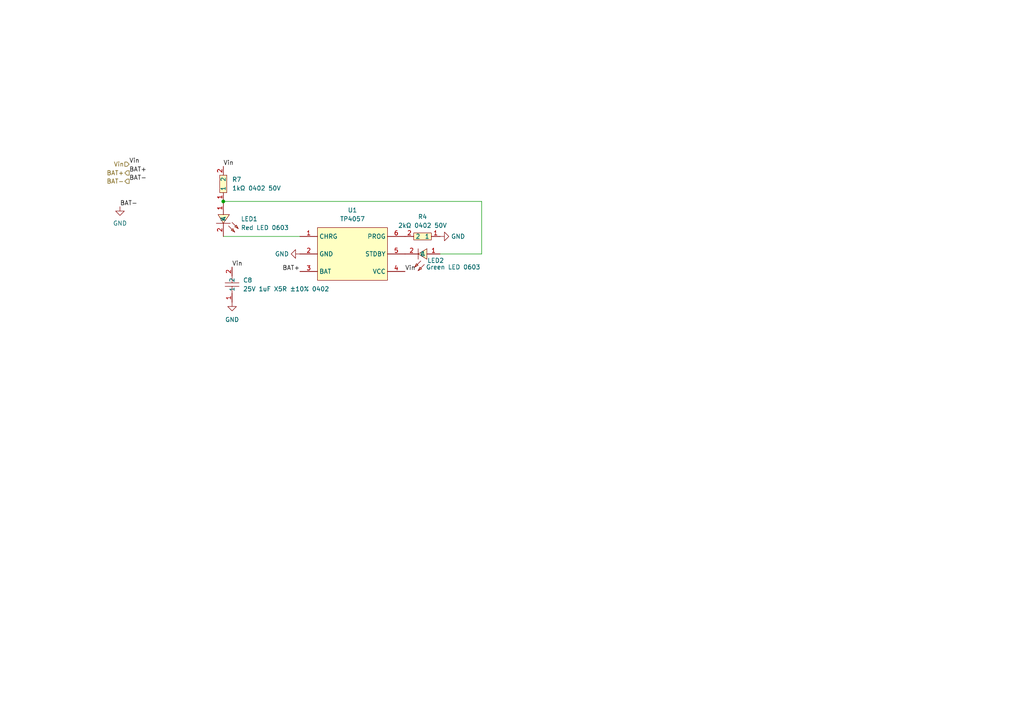
<source format=kicad_sch>
(kicad_sch (version 20211123) (generator eeschema)
  (paper "A4")
  (lib_symbols
    (symbol "easyeda2kicad:1kΩ 0402 50V"
      (property "Reference" "R" (at 0 5.08 0))
      (property "Value" "1kΩ 0402 50V" (at 0 -5.08 0))
      (symbol "1kΩ 0402 50V_0_1"
        (rectangle (start -2.54 1.02) (end 2.54 -1.02) (fill (type background)))
        (pin input line (at -5.08 0 0) (length 2.54) (name "1") (number "1"))
        (pin input line (at 5.08 0 180) (length 2.54) (name "2") (number "2"))
      )
    )
    (symbol "easyeda2kicad:25V 1uF X5R ±10% 0402"
      (property "Reference" "C" (at 0 5.08 0))
      (property "Value" "25V 1uF X5R ±10% 0402" (at 0 -5.08 0))
      (symbol "25V 1uF X5R ±10% 0402_0_1"
        (polyline (pts (xy -0.51 -2.03) (xy -0.51 2.03)))
        (polyline (pts (xy -0.51 0) (xy -2.54 0)))
        (polyline (pts (xy 0.51 2.03) (xy 0.51 -2.03)))
        (polyline (pts (xy 2.54 0) (xy 0.51 0)))
        (pin unspecified line (at -5.08 0 0) (length 2.54) (name "1") (number "1"))
        (pin unspecified line (at 5.08 0 180) (length 2.54) (name "2") (number "2"))
      )
    )
    (symbol "easyeda2kicad:2kΩ 0402 50V"
      (property "Reference" "R" (at 0 5.08 0))
      (property "Value" "2kΩ 0402 50V" (at 0 -5.08 0))
      (symbol "2kΩ 0402 50V_0_1"
        (rectangle (start -2.54 1.02) (end 2.54 -1.02) (fill (type background)))
        (pin input line (at -5.08 0 0) (length 2.54) (name "1") (number "1"))
        (pin input line (at 5.08 0 180) (length 2.54) (name "2") (number "2"))
      )
    )
    (symbol "easyeda2kicad:Green LED 0603"
      (property "Reference" "LED" (at 0 3.81 0))
      (property "Value" "Green LED 0603" (at 0 -6.35 0))
      (symbol "Green LED 0603_0_1"
        (polyline (pts (xy -0.51 1.78) (xy 1.27 3.56)))
        (polyline (pts (xy 0.51 0.76) (xy 2.29 2.54)))
        (polyline (pts (xy 1.27 0.25) (xy 1.27 -2.79)))
        (polyline (pts (xy -1.27 -2.79) (xy 1.27 -1.27) (xy -1.27 0.25) (xy -1.27 -2.79)) (fill (type background)))
        (polyline (pts (xy 1.27 3.56) (xy 0.25 3.05) (xy 0.76 2.54) (xy 1.27 3.56)) (fill (type background)))
        (polyline (pts (xy 2.29 2.54) (xy 1.27 2.03) (xy 1.78 1.52) (xy 2.29 2.54)) (fill (type background)))
        (pin input line (at -5.08 -1.27 0) (length 3.81) (name "A") (number "1"))
        (pin input line (at 5.08 -1.27 180) (length 3.81) (name "C") (number "2"))
      )
    )
    (symbol "easyeda2kicad:Red LED 0603"
      (property "Reference" "LED" (at 0 6.35 0))
      (property "Value" "Red LED 0603" (at 0 -3.81 0))
      (symbol "Red LED 0603_0_1"
        (polyline (pts (xy -2.03 -0.25) (xy -3.81 -2.03)))
        (polyline (pts (xy -1.27 -0.76) (xy -1.27 3.3)))
        (polyline (pts (xy -1.02 -1.27) (xy -2.79 -3.05)))
        (polyline (pts (xy -3.81 -2.03) (xy -2.79 -1.52) (xy -3.3 -1.02) (xy -3.81 -2.03)) (fill (type background)))
        (polyline (pts (xy -2.79 -3.05) (xy -1.78 -2.54) (xy -2.29 -2.03) (xy -2.79 -3.05)) (fill (type background)))
        (polyline (pts (xy 1.27 2.79) (xy -1.27 1.27) (xy 1.27 -0.51) (xy 1.27 2.79)) (fill (type background)))
        (pin unspecified line (at 5.08 1.27 180) (length 3.81) (name "A") (number "1"))
        (pin unspecified line (at -5.08 1.27 0) (length 3.81) (name "K") (number "2"))
      )
    )
    (symbol "easyeda2kicad:TP4057"
      (property "Reference" "U" (at 0 10.16 0))
      (property "Value" "TP4057" (at 0 -10.16 0))
      (symbol "TP4057_0_1"
        (rectangle (start -10.16 7.62) (end 10.16 -7.62) (fill (type background)))
        (pin unspecified line (at -15.24 5.08 0) (length 5.08) (name "CHRG") (number "1"))
        (pin unspecified line (at -15.24 0 0) (length 5.08) (name "GND") (number "2"))
        (pin unspecified line (at -15.24 -5.08 0) (length 5.08) (name "BAT") (number "3"))
        (pin unspecified line (at 15.24 -5.08 180) (length 5.08) (name "VCC") (number "4"))
        (pin unspecified line (at 15.24 0 180) (length 5.08) (name "STDBY") (number "5"))
        (pin unspecified line (at 15.24 5.08 180) (length 5.08) (name "PROG") (number "6"))
      )
    )
    (symbol "power:GND" (power) (pin_names (offset 0))
      (property "Value" "GND" (at 0 -3.81 0))
      (symbol "GND_0_1"
        (polyline (pts (xy 0 0) (xy 0 -1.27) (xy 1.27 -1.27) (xy 0 -2.54) (xy -1.27 -1.27) (xy 0 -1.27)))
      )
      (symbol "GND_1_1"
        (pin power_in line (at 0 0 270) (length 0) hide (name "GND") (number "1"))
      )
    )
  )
  (junction (at 64.77 58.42))
  (wire (pts (xy 127.635 73.66) (xy 139.7 73.66)))
  (wire (pts (xy 139.7 58.42) (xy 64.77 58.42)))
  (wire (pts (xy 139.7 73.66) (xy 139.7 58.42)))
  (wire (pts (xy 86.995 68.58) (xy 64.77 68.58)))
  (label "Vin" (at 67.31 77.47 0))
  (label "Vin" (at 117.475 78.74 0))
  (label "Vin" (at 37.465 47.625 0))
  (label "BAT-" (at 37.465 52.578 0))
  (label "BAT-" (at 34.798 59.944 0))
  (label "BAT+" (at 37.465 50.165 0))
  (label "Vin" (at 64.77 48.26 0))
  (label "BAT+" (at 86.995 78.74 180))
  (hierarchical_label "Vin" (shape input) (at 37.465 47.625 180))
  (hierarchical_label "BAT+" (shape output) (at 37.465 50.165 180))
  (hierarchical_label "BAT-" (shape output) (at 37.465 52.578 180))
  (symbol (lib_id "power:GND") (at 67.31 87.63 0) (unit 1)
    (property "Reference" "#PWR037" (effects hide))
    (property "Value" "GND" (at 67.31 92.71 0))
  )
  (symbol (lib_id "easyeda2kicad:25V 1uF X5R ±10% 0402") (at 67.31 82.55 90) (unit 1)
    (property "Reference" "C8" (at 70.485 81.2799 90) (effects (justify right)))
    (property "Value" "25V 1uF X5R ±10% 0402" (at 70.485 83.8199 90) (effects (justify right)))
    (property "Footprint" "easyeda2kicad:C0402" (effects hide))
    (property "Datasheet" "https://lcsc.com/product-detail/Multilayer-Ceramic-Capacitors-MLCC-SMD-SMT_SAMSUNG_CL05A105KA5NQNC_1uF-105-10-25V_C52923.html" (effects hide))
    (property "Manufacturer" "SAMSUNG(三星)" (effects hide))
    (property "LCSC Part" "C52923" (effects hide))
    (property "JLC Part" "Basic Part" (effects hide))
  )
  (symbol (lib_id "easyeda2kicad:2kΩ 0402 50V") (at 122.555 68.58 180) (unit 1)
    (property "Reference" "R4" (at 122.555 62.865 0))
    (property "Value" "2kΩ 0402 50V" (at 122.555 65.405 0))
    (property "Footprint" "easyeda2kicad:R0402" (effects hide))
    (property "Datasheet" "https://lcsc.com/product-detail/Chip-Resistor-Surface-Mount-UniOhm_2KR-2001-1_C4109.html" (effects hide))
    (property "Manufacturer" "UNI-ROYAL(厚声)" (effects hide))
    (property "LCSC Part" "C4109" (effects hide))
    (property "JLC Part" "Basic Part" (effects hide))
  )
  (symbol (lib_id "power:GND") (at 86.995 73.66 270) (unit 1)
    (property "Reference" "#PWR036" (effects hide))
    (property "Value" "GND" (at 83.82 73.6599 90) (effects (justify right)))
  )
  (symbol (lib_id "easyeda2kicad:Green LED 0603") (at 122.555 74.93 180) (unit 1)
    (property "Reference" "LED2" (at 126.365 75.565 0))
    (property "Value" "Green LED 0603" (at 131.445 77.47 0))
    (property "Footprint" "easyeda2kicad:LED0603-R-RD" (effects hide))
    (property "Datasheet" "https://lcsc.com/product-detail/Light-Emitting-Diodes-LED_0603-Green-light_C72043.html" (effects hide))
    (property "Manufacturer" "EVERLIGHT(亿光)" (effects hide))
    (property "LCSC Part" "C72043" (effects hide))
    (property "JLC Part" "Basic Part" (effects hide))
  )
  (symbol (lib_id "easyeda2kicad:TP4057") (at 102.235 73.66 0) (unit 1)
    (property "Reference" "U1" (at 102.235 60.96 0))
    (property "Value" "TP4057" (at 102.235 63.5 0))
    (property "Footprint" "easyeda2kicad:SOT-23-6_L2.9-W1.6-P0.95-LS2.8-BR" (effects hide))
    (property "Datasheet" "https://lcsc.com/product-detail/PMIC-Battery-Management_TP4057-1_C12044.html" (effects hide))
    (property "Manufacturer" "TOPPOWER(南京拓微)" (effects hide))
    (property "LCSC Part" "C12044" (effects hide))
    (property "JLC Part" "Basic Part" (effects hide))
  )
  (symbol (lib_id "easyeda2kicad:1kΩ 0402 50V") (at 64.77 53.34 90) (unit 1)
    (property "Reference" "R7" (at 67.31 52.0699 90) (effects (justify right)))
    (property "Value" "1kΩ 0402 50V" (at 67.31 54.6099 90) (effects (justify right)))
    (property "Footprint" "easyeda2kicad:R0402" (effects hide))
    (property "Datasheet" "https://lcsc.com/product-detail/Chip-Resistor-Surface-Mount-UniOhm_1KR-1001-1_C11702.html" (effects hide))
    (property "Manufacturer" "UNI-ROYAL(厚声)" (effects hide))
    (property "LCSC Part" "C11702" (effects hide))
    (property "JLC Part" "Basic Part" (effects hide))
  )
  (symbol (lib_id "easyeda2kicad:Red LED 0603") (at 66.04 63.5 90) (unit 1)
    (property "Reference" "LED1" (at 69.85 63.4999 90) (effects (justify right)))
    (property "Value" "Red LED 0603" (at 69.85 66.0399 90) (effects (justify right)))
    (property "Footprint" "easyeda2kicad:LED0603-R-RD" (effects hide))
    (property "Datasheet" "https://lcsc.com/product-detail/Light-Emitting-Diodes-LED_Red-LED-0603_C2286.html" (effects hide))
    (property "LCSC Part" "C2286" (effects hide))
    (property "JLC Part" "Basic Part" (effects hide))
  )
  (symbol (lib_id "power:GND") (at 34.798 59.944 0) (unit 1)
    (property "Reference" "#PWR034" (effects hide))
    (property "Value" "GND" (at 34.798 64.77 0))
  )
  (symbol (lib_id "power:GND") (at 127.635 68.58 90) (unit 1)
    (property "Reference" "#PWR035" (effects hide))
    (property "Value" "GND" (at 130.81 68.5799 90) (effects (justify right)))
  )
)
</source>
